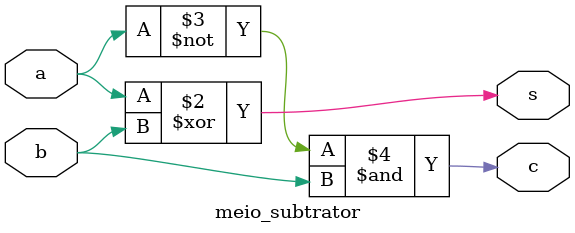
<source format=v>
module meio_subtrator(a, b, s, c);
    input a, b;
    output reg s,c;

    always@(a,b)begin
    s = a ^ b;
    c = ~a & b;    
    end
endmodule  
</source>
